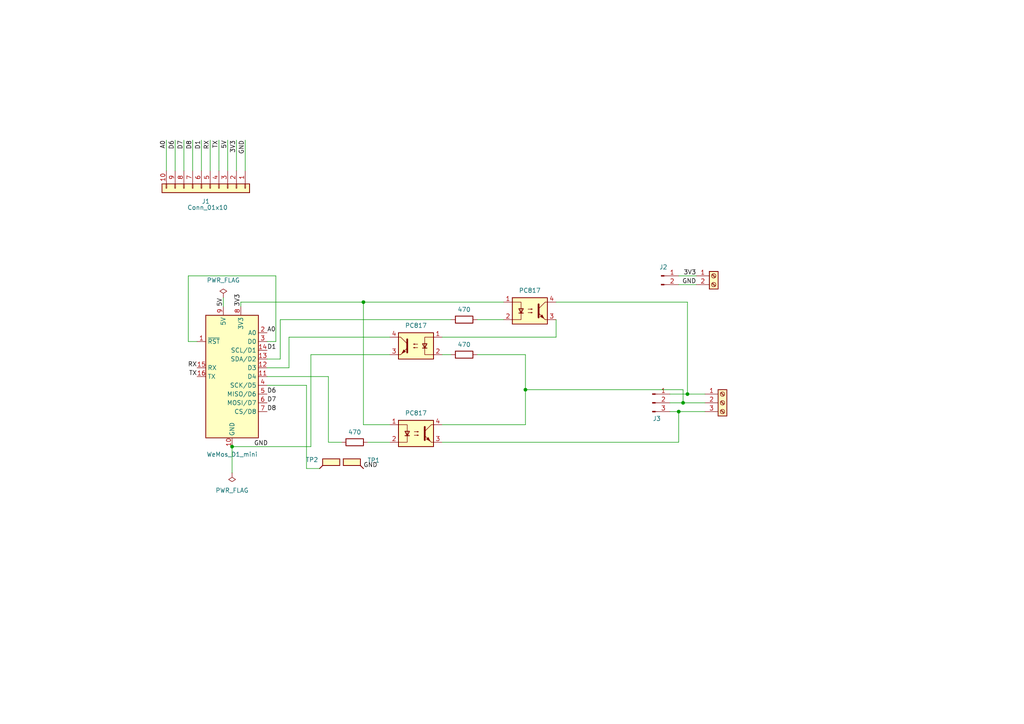
<source format=kicad_sch>
(kicad_sch (version 20231120) (generator "eeschema") (generator_version "8.0")
  (paper "A4")
  (title_block (title "MicroNova Controller") (date "2024-10-25") (rev "1.2") (company "philibertc") (comment 1 "License: CC-BY-NC-ND"))
  (lib_symbols
    (symbol "Connector:Conn_01x02_Pin" (pin_names (offset 1.016) hide)
      (property "Reference" "J" (at 0 2.54 0))
      (property "Value" "Conn_01x02_Pin" (at 0 -5.08 0))
      (symbol "Conn_01x02_Pin_1_1"
        (polyline (pts (xy 1.27 -2.54) (xy 0.8636 -2.54)) (stroke (width 0.1524)))
        (polyline (pts (xy 1.27 0) (xy 0.8636 0)) (stroke (width 0.1524)))
        (rectangle (start 0.8636 -2.413) (end 0 -2.667) (stroke (width 0.1524)) (fill (type outline)))
        (rectangle (start 0.8636 0.127) (end 0 -0.127) (stroke (width 0.1524)) (fill (type outline)))
        (pin passive line (at 5.08 0 180) (length 3.81) (name "Pin_1") (number "1"))
        (pin passive line (at 5.08 -2.54 180) (length 3.81) (name "Pin_2") (number "2"))
      )
    )
    (symbol "Connector:Conn_01x03_Pin" (pin_names (offset 1.016) hide)
      (property "Reference" "J" (at 0 5.08 0))
      (property "Value" "Conn_01x03_Pin" (at 0 -5.08 0))
      (symbol "Conn_01x03_Pin_1_1"
        (polyline (pts (xy 1.27 -2.54) (xy 0.8636 -2.54)) (stroke (width 0.1524)))
        (polyline (pts (xy 1.27 0) (xy 0.8636 0)) (stroke (width 0.1524)))
        (polyline (pts (xy 1.27 2.54) (xy 0.8636 2.54)) (stroke (width 0.1524)))
        (rectangle (start 0.8636 -2.413) (end 0 -2.667) (stroke (width 0.1524)) (fill (type outline)))
        (rectangle (start 0.8636 0.127) (end 0 -0.127) (stroke (width 0.1524)) (fill (type outline)))
        (rectangle (start 0.8636 2.667) (end 0 2.413) (stroke (width 0.1524)) (fill (type outline)))
        (pin passive line (at 5.08 2.54 180) (length 3.81) (name "Pin_1") (number "1"))
        (pin passive line (at 5.08 0 180) (length 3.81) (name "Pin_2") (number "2"))
        (pin passive line (at 5.08 -2.54 180) (length 3.81) (name "Pin_3") (number "3"))
      )
    )
    (symbol "Connector:Screw_Terminal_01x02" (pin_names (offset 1.016) hide)
      (property "Reference" "J" (at 0 2.54 0))
      (property "Value" "Screw_Terminal_01x02" (at 0 -5.08 0))
      (symbol "Screw_Terminal_01x02_1_1"
        (rectangle (start -1.27 1.27) (end 1.27 -3.81) (stroke (width 0.254)) (fill (type background)))
        (circle (center 0 -2.54) (radius 0.635) (stroke (width 0.1524)))
        (polyline (pts (xy -0.5334 -2.2098) (xy 0.3302 -3.048)) (stroke (width 0.1524)))
        (polyline (pts (xy -0.5334 0.3302) (xy 0.3302 -0.508)) (stroke (width 0.1524)))
        (polyline (pts (xy -0.3556 -2.032) (xy 0.508 -2.8702)) (stroke (width 0.1524)))
        (polyline (pts (xy -0.3556 0.508) (xy 0.508 -0.3302)) (stroke (width 0.1524)))
        (circle (center 0 0) (radius 0.635) (stroke (width 0.1524)))
        (pin passive line (at -5.08 0 0) (length 3.81) (name "Pin_1") (number "1"))
        (pin passive line (at -5.08 -2.54 0) (length 3.81) (name "Pin_2") (number "2"))
      )
    )
    (symbol "Connector:Screw_Terminal_01x03" (pin_names (offset 1.016) hide)
      (property "Reference" "J" (at 0 5.08 0))
      (property "Value" "Screw_Terminal_01x03" (at 0 -5.08 0))
      (symbol "Screw_Terminal_01x03_1_1"
        (rectangle (start -1.27 3.81) (end 1.27 -3.81) (stroke (width 0.254)) (fill (type background)))
        (circle (center 0 -2.54) (radius 0.635) (stroke (width 0.1524)))
        (polyline (pts (xy -0.5334 -2.2098) (xy 0.3302 -3.048)) (stroke (width 0.1524)))
        (polyline (pts (xy -0.5334 0.3302) (xy 0.3302 -0.508)) (stroke (width 0.1524)))
        (polyline (pts (xy -0.5334 2.8702) (xy 0.3302 2.032)) (stroke (width 0.1524)))
        (polyline (pts (xy -0.3556 -2.032) (xy 0.508 -2.8702)) (stroke (width 0.1524)))
        (polyline (pts (xy -0.3556 0.508) (xy 0.508 -0.3302)) (stroke (width 0.1524)))
        (polyline (pts (xy -0.3556 3.048) (xy 0.508 2.2098)) (stroke (width 0.1524)))
        (circle (center 0 0) (radius 0.635) (stroke (width 0.1524)))
        (circle (center 0 2.54) (radius 0.635) (stroke (width 0.1524)))
        (pin passive line (at -5.08 2.54 0) (length 3.81) (name "Pin_1") (number "1"))
        (pin passive line (at -5.08 0 0) (length 3.81) (name "Pin_2") (number "2"))
        (pin passive line (at -5.08 -2.54 0) (length 3.81) (name "Pin_3") (number "3"))
      )
    )
    (symbol "Connector:TestPoint_Flag" (pin_numbers hide) (pin_names (offset 0.762) hide)
      (property "Reference" "TP" (at 3.429 1.778 0))
      (property "Value" "TestPoint_Flag" (at 3.302 4.191 0))
      (symbol "TestPoint_Flag_0_1"
        (polyline (pts (xy 0 0) (xy 0.889 0.889)) (stroke (width 0.254)))
        (rectangle (start 0.889 2.794) (end 5.842 0.889) (stroke (width 0.254)) (fill (type background)))
      )
      (symbol "TestPoint_Flag_1_1"
        (pin passive line (at 0 0 90) (length 0) (name "1") (number "1"))
      )
    )
    (symbol "Connector_Generic:Conn_01x10" (pin_names (offset 1.016) hide)
      (property "Reference" "J" (at 0 12.7 0))
      (property "Value" "Conn_01x10" (at 0 -15.24 0))
      (symbol "Conn_01x10_1_1"
        (rectangle (start -1.27 -12.573) (end 0 -12.827) (stroke (width 0.1524)))
        (rectangle (start -1.27 -10.033) (end 0 -10.287) (stroke (width 0.1524)))
        (rectangle (start -1.27 -7.493) (end 0 -7.747) (stroke (width 0.1524)))
        (rectangle (start -1.27 -4.953) (end 0 -5.207) (stroke (width 0.1524)))
        (rectangle (start -1.27 -2.413) (end 0 -2.667) (stroke (width 0.1524)))
        (rectangle (start -1.27 0.127) (end 0 -0.127) (stroke (width 0.1524)))
        (rectangle (start -1.27 2.667) (end 0 2.413) (stroke (width 0.1524)))
        (rectangle (start -1.27 5.207) (end 0 4.953) (stroke (width 0.1524)))
        (rectangle (start -1.27 7.747) (end 0 7.493) (stroke (width 0.1524)))
        (rectangle (start -1.27 10.287) (end 0 10.033) (stroke (width 0.1524)))
        (rectangle (start -1.27 11.43) (end 1.27 -13.97) (stroke (width 0.254)) (fill (type background)))
        (pin passive line (at -5.08 10.16 0) (length 3.81) (name "Pin_1") (number "1"))
        (pin passive line (at -5.08 -12.7 0) (length 3.81) (name "Pin_10") (number "10"))
        (pin passive line (at -5.08 7.62 0) (length 3.81) (name "Pin_2") (number "2"))
        (pin passive line (at -5.08 5.08 0) (length 3.81) (name "Pin_3") (number "3"))
        (pin passive line (at -5.08 2.54 0) (length 3.81) (name "Pin_4") (number "4"))
        (pin passive line (at -5.08 0 0) (length 3.81) (name "Pin_5") (number "5"))
        (pin passive line (at -5.08 -2.54 0) (length 3.81) (name "Pin_6") (number "6"))
        (pin passive line (at -5.08 -5.08 0) (length 3.81) (name "Pin_7") (number "7"))
        (pin passive line (at -5.08 -7.62 0) (length 3.81) (name "Pin_8") (number "8"))
        (pin passive line (at -5.08 -10.16 0) (length 3.81) (name "Pin_9") (number "9"))
      )
    )
    (symbol "Device:R" (pin_numbers hide) (pin_names (offset 0))
      (property "Reference" "R" (at 2.032 0 90))
      (property "Value" "R" (at 0 0 90))
      (symbol "R_0_1"
        (rectangle (start -1.016 -2.54) (end 1.016 2.54) (stroke (width 0.254)))
      )
      (symbol "R_1_1"
        (pin passive line (at 0 3.81 270) (length 1.27) (name "~") (number "1"))
        (pin passive line (at 0 -3.81 90) (length 1.27) (name "~") (number "2"))
      )
    )
    (symbol "Isolator:PC817" (pin_names (offset 1.016))
      (property "Reference" "U" (at -5.08 5.08 0))
      (property "Value" "PC817" (at 0 5.08 0))
      (symbol "PC817_0_1"
        (rectangle (start -5.08 3.81) (end 5.08 -3.81) (stroke (width 0.254)) (fill (type background)))
        (polyline (pts (xy -3.175 -0.635) (xy -1.905 -0.635)) (stroke (width 0.254)))
        (polyline (pts (xy 2.54 0.635) (xy 4.445 2.54)))
        (polyline (pts (xy 4.445 -2.54) (xy 2.54 -0.635)) (fill (type outline)))
        (polyline (pts (xy 4.445 -2.54) (xy 5.08 -2.54)))
        (polyline (pts (xy 4.445 2.54) (xy 5.08 2.54)))
        (polyline (pts (xy -5.08 2.54) (xy -2.54 2.54) (xy -2.54 -0.635)))
        (polyline (pts (xy -2.54 -0.635) (xy -2.54 -2.54) (xy -5.08 -2.54)))
        (polyline (pts (xy 2.54 1.905) (xy 2.54 -1.905) (xy 2.54 -1.905)) (stroke (width 0.508)))
        (polyline (pts (xy -2.54 -0.635) (xy -3.175 0.635) (xy -1.905 0.635) (xy -2.54 -0.635)) (stroke (width 0.254)))
        (polyline (pts (xy -0.508 -0.508) (xy 0.762 -0.508) (xy 0.381 -0.635) (xy 0.381 -0.381) (xy 0.762 -0.508)))
        (polyline (pts (xy -0.508 0.508) (xy 0.762 0.508) (xy 0.381 0.381) (xy 0.381 0.635) (xy 0.762 0.508)))
        (polyline (pts (xy 3.048 -1.651) (xy 3.556 -1.143) (xy 4.064 -2.159) (xy 3.048 -1.651) (xy 3.048 -1.651)) (fill (type outline)))
      )
      (symbol "PC817_1_1"
        (pin passive line (at -7.62 2.54 0) (length 2.54) (name "~") (number "1"))
        (pin passive line (at -7.62 -2.54 0) (length 2.54) (name "~") (number "2"))
        (pin passive line (at 7.62 -2.54 180) (length 2.54) (name "~") (number "3"))
        (pin passive line (at 7.62 2.54 180) (length 2.54) (name "~") (number "4"))
      )
    )
    (symbol "MCU_Module:WeMos_D1_mini"
      (property "Reference" "U" (at 3.81 19.05 0))
      (property "Value" "WeMos_D1_mini" (at 1.27 -19.05 0))
      (symbol "WeMos_D1_mini_1_1"
        (rectangle (start -7.62 17.78) (end 7.62 -17.78) (stroke (width 0.254)) (fill (type background)))
        (pin input line (at -10.16 10.16 0) (length 2.54) (name "~{RST}") (number "1"))
        (pin power_in line (at 0 -20.32 90) (length 2.54) (name "GND") (number "10"))
        (pin bidirectional line (at 10.16 0 180) (length 2.54) (name "D4") (number "11"))
        (pin bidirectional line (at 10.16 2.54 180) (length 2.54) (name "D3") (number "12"))
        (pin bidirectional line (at 10.16 5.08 180) (length 2.54) (name "SDA/D2") (number "13"))
        (pin bidirectional line (at 10.16 7.62 180) (length 2.54) (name "SCL/D1") (number "14"))
        (pin input line (at -10.16 2.54 0) (length 2.54) (name "RX") (number "15"))
        (pin output line (at -10.16 0 0) (length 2.54) (name "TX") (number "16"))
        (pin input line (at 10.16 12.7 180) (length 2.54) (name "A0") (number "2"))
        (pin bidirectional line (at 10.16 10.16 180) (length 2.54) (name "D0") (number "3"))
        (pin bidirectional line (at 10.16 -2.54 180) (length 2.54) (name "SCK/D5") (number "4"))
        (pin bidirectional line (at 10.16 -5.08 180) (length 2.54) (name "MISO/D6") (number "5"))
        (pin bidirectional line (at 10.16 -7.62 180) (length 2.54) (name "MOSI/D7") (number "6"))
        (pin bidirectional line (at 10.16 -10.16 180) (length 2.54) (name "CS/D8") (number "7"))
        (pin power_out line (at 2.54 20.32 270) (length 2.54) (name "3V3") (number "8"))
        (pin power_in line (at -2.54 20.32 270) (length 2.54) (name "5V") (number "9"))
      )
    )
    (symbol "power:PWR_FLAG" (power) (pin_numbers hide) (pin_names (offset 0) hide)
      (property "Value" "PWR_FLAG" (at 0 3.81 0))
      (symbol "PWR_FLAG_0_0"
        (pin power_out line (at 0 0 90) (length 0) (name "~") (number "1"))
      )
      (symbol "PWR_FLAG_0_1"
        (polyline (pts (xy 0 0) (xy 0 1.27) (xy -1.016 1.905) (xy 0 2.54) (xy 1.016 1.905) (xy 0 1.27)))
      )
    )
  )
  (junction (at 152.4 113.03))
  (junction (at 67.31 129.54))
  (junction (at 105.41 87.63))
  (junction (at 199.39 114.3))
  (junction (at 198.12 116.84))
  (junction (at 196.85 119.38))
  (wire (pts (xy 95.25 128.27) (xy 99.06 128.27)))
  (wire (pts (xy 146.05 87.63) (xy 105.41 87.63)))
  (wire (pts (xy 199.39 87.63) (xy 199.39 114.3)))
  (wire (pts (xy 128.27 102.87) (xy 130.81 102.87)))
  (wire (pts (xy 80.01 80.01) (xy 54.61 80.01)))
  (wire (pts (xy 67.31 129.54) (xy 67.31 137.16)))
  (wire (pts (xy 53.34 49.53) (xy 53.34 40.64)))
  (wire (pts (xy 198.12 116.84) (xy 204.47 116.84)))
  (wire (pts (xy 113.03 123.19) (xy 105.41 123.19)))
  (wire (pts (xy 161.29 97.79) (xy 161.29 92.71)))
  (wire (pts (xy 199.39 114.3) (xy 204.47 114.3)))
  (wire (pts (xy 60.96 49.53) (xy 60.96 40.64)))
  (wire (pts (xy 128.27 128.27) (xy 196.85 128.27)))
  (wire (pts (xy 64.77 86.36) (xy 64.77 88.9)))
  (wire (pts (xy 152.4 102.87) (xy 152.4 113.03)))
  (wire (pts (xy 80.01 99.06) (xy 80.01 80.01)))
  (wire (pts (xy 161.29 87.63) (xy 199.39 87.63)))
  (wire (pts (xy 88.9 111.76) (xy 88.9 135.89)))
  (wire (pts (xy 66.04 49.53) (xy 66.04 40.64)))
  (wire (pts (xy 113.03 128.27) (xy 106.68 128.27)))
  (wire (pts (xy 83.82 106.68) (xy 77.47 106.68)))
  (wire (pts (xy 68.58 49.53) (xy 68.58 40.64)))
  (wire (pts (xy 71.12 49.53) (xy 71.12 40.64)))
  (wire (pts (xy 113.03 97.79) (xy 83.82 97.79)))
  (wire (pts (xy 194.31 116.84) (xy 198.12 116.84)))
  (wire (pts (xy 77.47 99.06) (xy 80.01 99.06)))
  (wire (pts (xy 54.61 80.01) (xy 54.61 99.06)))
  (wire (pts (xy 69.85 87.63) (xy 69.85 88.9)))
  (wire (pts (xy 54.61 99.06) (xy 57.15 99.06)))
  (wire (pts (xy 128.27 123.19) (xy 152.4 123.19)))
  (wire (pts (xy 146.05 92.71) (xy 138.43 92.71)))
  (wire (pts (xy 152.4 102.87) (xy 138.43 102.87)))
  (wire (pts (xy 55.88 49.53) (xy 55.88 40.64)))
  (wire (pts (xy 63.5 49.53) (xy 63.5 40.64)))
  (wire (pts (xy 95.25 109.22) (xy 77.47 109.22)))
  (wire (pts (xy 77.47 111.76) (xy 88.9 111.76)))
  (wire (pts (xy 88.9 135.89) (xy 92.71 135.89)))
  (wire (pts (xy 81.28 92.71) (xy 81.28 104.14)))
  (wire (pts (xy 105.41 87.63) (xy 69.85 87.63)))
  (wire (pts (xy 152.4 113.03) (xy 152.4 123.19)))
  (wire (pts (xy 95.25 128.27) (xy 95.25 109.22)))
  (wire (pts (xy 90.17 102.87) (xy 90.17 129.54)))
  (wire (pts (xy 194.31 119.38) (xy 196.85 119.38)))
  (wire (pts (xy 48.26 49.53) (xy 48.26 40.64)))
  (wire (pts (xy 50.8 49.53) (xy 50.8 40.64)))
  (wire (pts (xy 81.28 104.14) (xy 77.47 104.14)))
  (wire (pts (xy 198.12 113.03) (xy 198.12 116.84)))
  (wire (pts (xy 196.85 82.55) (xy 201.93 82.55)))
  (wire (pts (xy 90.17 129.54) (xy 67.31 129.54)))
  (wire (pts (xy 83.82 97.79) (xy 83.82 106.68)))
  (wire (pts (xy 128.27 97.79) (xy 161.29 97.79)))
  (wire (pts (xy 196.85 128.27) (xy 196.85 119.38)))
  (wire (pts (xy 58.42 49.53) (xy 58.42 40.64)))
  (wire (pts (xy 196.85 119.38) (xy 204.47 119.38)))
  (wire (pts (xy 152.4 113.03) (xy 198.12 113.03)))
  (wire (pts (xy 196.85 80.01) (xy 201.93 80.01)))
  (wire (pts (xy 130.81 92.71) (xy 81.28 92.71)))
  (wire (pts (xy 105.41 123.19) (xy 105.41 87.63)))
  (wire (pts (xy 194.31 114.3) (xy 199.39 114.3)))
  (wire (pts (xy 113.03 102.87) (xy 90.17 102.87)))
  (label "D6" (at 50.8 40.64 270))
  (label "D7" (at 77.47 116.84 0))
  (label "GND" (at 201.93 82.55 180))
  (label "D8" (at 55.88 40.64 270))
  (label "GND" (at 71.12 40.64 270))
  (label "GND" (at 73.66 129.54 0))
  (label "RX" (at 60.96 40.64 270))
  (label "D1" (at 58.42 40.64 270))
  (label "5V" (at 64.77 88.9 90))
  (label "D6" (at 77.47 114.3 0))
  (label "3V3" (at 68.58 40.64 270))
  (label "RX" (at 57.15 106.68 180))
  (label "3V3" (at 69.85 88.9 90))
  (label "3V3" (at 201.93 80.01 180))
  (label "5V" (at 66.04 40.64 270))
  (label "TX" (at 63.5 40.64 270))
  (label "D7" (at 53.34 40.64 270))
  (label "TX" (at 57.15 109.22 180))
  (label "GND" (at 105.41 135.89 0))
  (label "D1" (at 77.47 101.6 0))
  (label "D8" (at 77.47 119.38 0))
  (label "A0" (at 77.47 96.52 0))
  (label "A0" (at 48.26 40.64 270))
  (symbol (lib_id "Isolator:PC817") (at 120.65 125.73 0) (unit 1)
    (property "Reference" "U3" (effects (hide yes)))
    (property "Value" "PC817" (at 120.65 119.8118 0))
    (property "Footprint" "Package_DIP:DIP-4_W7.62mm" (effects (hide yes)))
    (property "Datasheet" "http://www.soselectronic.cz/a_info/resource/d/pc817.pdf" (effects (hide yes)))
  )
  (symbol (lib_id "Isolator:PC817") (at 120.65 100.33 0) (mirror y) (unit 1)
    (property "Reference" "U2" (effects (hide yes)))
    (property "Value" "PC817" (at 120.65 94.4118 0))
    (property "Footprint" "Package_DIP:DIP-4_W7.62mm" (effects (hide yes)))
    (property "Datasheet" "http://www.soselectronic.cz/a_info/resource/d/pc817.pdf" (effects (hide yes)))
  )
  (symbol (lib_id "Device:R") (at 102.87 128.27 270) (unit 1)
    (property "Reference" "R1" (effects (hide yes)))
    (property "Value" "470" (at 102.87 125.349 90))
    (property "Footprint" "Resistor_THT:R_Axial_DIN0207_L6.3mm_D2.5mm_P10.16mm_Horizontal" (effects (hide yes)))
  )
  (symbol (lib_id "Device:R") (at 134.62 102.87 270) (unit 1)
    (property "Reference" "R3" (effects (hide yes)))
    (property "Value" "470" (at 134.62 99.949 90))
    (property "Footprint" "Resistor_THT:R_Axial_DIN0207_L6.3mm_D2.5mm_P10.16mm_Horizontal" (effects (hide yes)))
  )
  (symbol (lib_id "Isolator:PC817") (at 153.67 90.17 0) (unit 1)
    (property "Reference" "U4" (effects (hide yes)))
    (property "Value" "PC817" (at 153.67 84.2518 0))
    (property "Footprint" "Package_DIP:DIP-4_W7.62mm" (effects (hide yes)))
    (property "Datasheet" "http://www.soselectronic.cz/a_info/resource/d/pc817.pdf" (effects (hide yes)))
  )
  (symbol (lib_id "Device:R") (at 134.62 92.71 270) (unit 1)
    (property "Reference" "R2" (effects (hide yes)))
    (property "Value" "470" (at 134.62 89.789 90))
    (property "Footprint" "Resistor_THT:R_Axial_DIN0207_L6.3mm_D2.5mm_P10.16mm_Horizontal" (effects (hide yes)))
  )
  (symbol (lib_id "MCU_Module:WeMos_D1_mini") (at 67.31 109.22 0) (unit 1)
    (property "Reference" "U1" (effects (hide yes)))
    (property "Value" "WeMos_D1_mini" (at 67.31 131.8006 0))
    (property "Footprint" "Module:WEMOS_D1_mini_light" (effects (hide yes)))
    (property "Datasheet" "https://wiki.wemos.cc/products:d1:d1_mini#documentation" (effects (hide yes)))
  )
  (symbol (lib_id "Connector:TestPoint_Flag") (at 92.71 135.89 0) (unit 1)
    (property "Reference" "TP2" (at 88.646 133.35 0) (effects (justify left)))
    (property "Value" "TestPoint_Flag" (effects (hide yes)))
    (property "Footprint" "TestPoint:TestPoint_Pad_1.5x1.5mm" (effects (hide yes)))
  )
  (symbol (lib_id "Connector:TestPoint_Flag") (at 105.41 135.89 0) (mirror y) (unit 1)
    (property "Reference" "TP1" (at 106.5276 133.5024 0) (effects (justify right)))
    (property "Value" "TestPoint_Flag" (effects (hide yes)))
    (property "Footprint" "TestPoint:TestPoint_Pad_1.5x1.5mm" (effects (hide yes)))
  )
  (symbol (lib_id "Connector:Screw_Terminal_01x02") (at 207.01 80.01 0) (unit 1)
    (property "Reference" "J4" (effects (hide yes)))
    (property "Value" "Screw_Terminal_01x02" (effects (hide yes)))
    (property "Footprint" "TerminalBlock:TerminalBlock_bornier-2_P5.08mm" (effects (hide yes)))
  )
  (symbol (lib_id "Connector:Screw_Terminal_01x03") (at 209.55 116.84 0) (unit 1)
    (property "Reference" "J5" (effects (hide yes)))
    (property "Value" "Screw_Terminal_01x03" (effects (hide yes)))
    (property "Footprint" "TerminalBlock:TerminalBlock_bornier-3_P5.08mm" (effects (hide yes)))
  )
  (symbol (lib_id "Connector:Conn_01x03_Pin") (at 189.23 116.84 0) (unit 1)
    (property "Reference" "J3" (at 190.5 121.412 0))
    (property "Value" "Conn_01x03_Pin" (effects (hide yes)))
    (property "Footprint" "Connector_PinSocket_2.54mm:PinSocket_1x03_P2.54mm_Vertical" (effects (hide yes)))
    (property "Description" "Generic connector, single row, 01x03, script generated" (effects (hide yes)))
  )
  (symbol (lib_id "Connector_Generic:Conn_01x10") (at 60.96 54.61 270) (unit 1)
    (property "Reference" "J1" (at 59.69 58.42 90))
    (property "Value" "Conn_01x10" (at 60.198 60.198 90))
    (property "Footprint" "Connector_PinSocket_2.54mm:PinSocket_1x10_P2.54mm_Vertical" (effects (hide yes)))
    (property "Description" "Generic connector, single row, 01x10, script generated (kicad-library-utils/schlib/autogen/connector/)" (effects (hide yes)))
  )
  (symbol (lib_id "power:PWR_FLAG") (at 67.31 137.16 180) (unit 1)
    (property "Reference" "#FLG02" (effects (hide yes)))
    (property "Value" "PWR_FLAG" (at 67.31 142.24 0))
    (property "Description" "Special symbol for telling ERC where power comes from" (effects (hide yes)))
  )
  (symbol (lib_id "power:PWR_FLAG") (at 64.77 86.36 0) (unit 1)
    (property "Reference" "#FLG01" (effects (hide yes)))
    (property "Value" "PWR_FLAG" (at 64.77 81.28 0))
    (property "Description" "Special symbol for telling ERC where power comes from" (effects (hide yes)))
  )
  (symbol (lib_id "Connector:Conn_01x02_Pin") (at 191.77 80.01 0) (unit 1)
    (property "Reference" "J2" (at 192.405 77.47 0))
    (property "Value" "Conn_01x02_Pin" (effects (hide yes)))
    (property "Footprint" "Connector_PinSocket_2.54mm:PinSocket_1x02_P2.54mm_Vertical" (effects (hide yes)))
    (property "Description" "Generic connector, single row, 01x02, script generated" (effects (hide yes)))
  )
)
</source>
